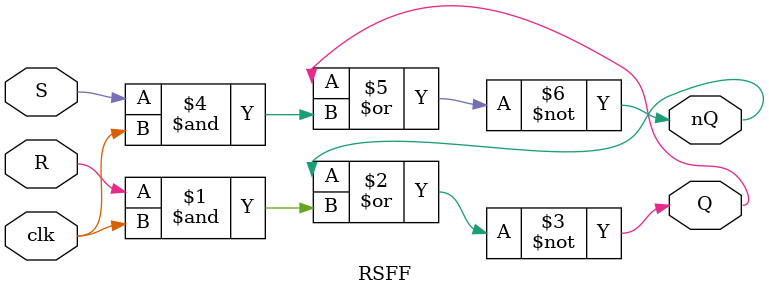
<source format=v>
`timescale 1ns / 1ps


module RSFF(R,S,clk,Q,nQ);
    input R, S, clk;
    output Q, nQ;

    assign Q = ~(nQ|(R&clk));
    assign nQ = ~(Q|(S&clk));
    
endmodule

</source>
